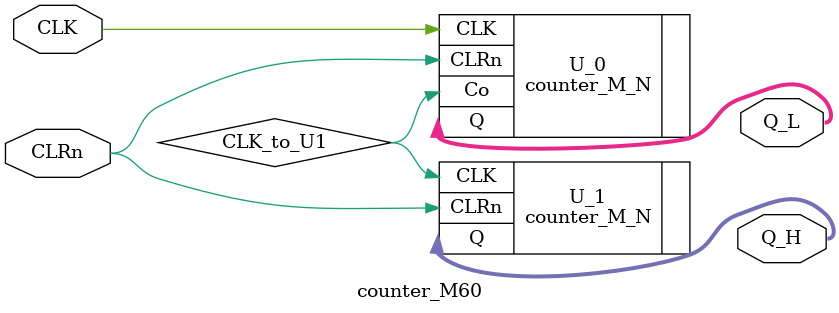
<source format=v>
module counter_M60(CLK,CLRn,Q_L,Q_H);
	input CLK,CLRn;
	output [3:0]Q_L,Q_H;
	
	wire CLK_to_U1;
	
	defparam U_0.N = 10;
	defparam U_0.W = 4;
	counter_M_N U_0 (	.CLK(CLK),
							.Q(Q_L),
							.CLRn(CLRn),
							.Co(CLK_to_U1)
							);
							
	defparam U_1.N = 6;
	defparam U_1.W = 4;
	counter_M_N U_1 (	.CLK(CLK_to_U1),
							.Q(Q_H),
							.CLRn(CLRn),
							//.Co()
							);
endmodule

</source>
